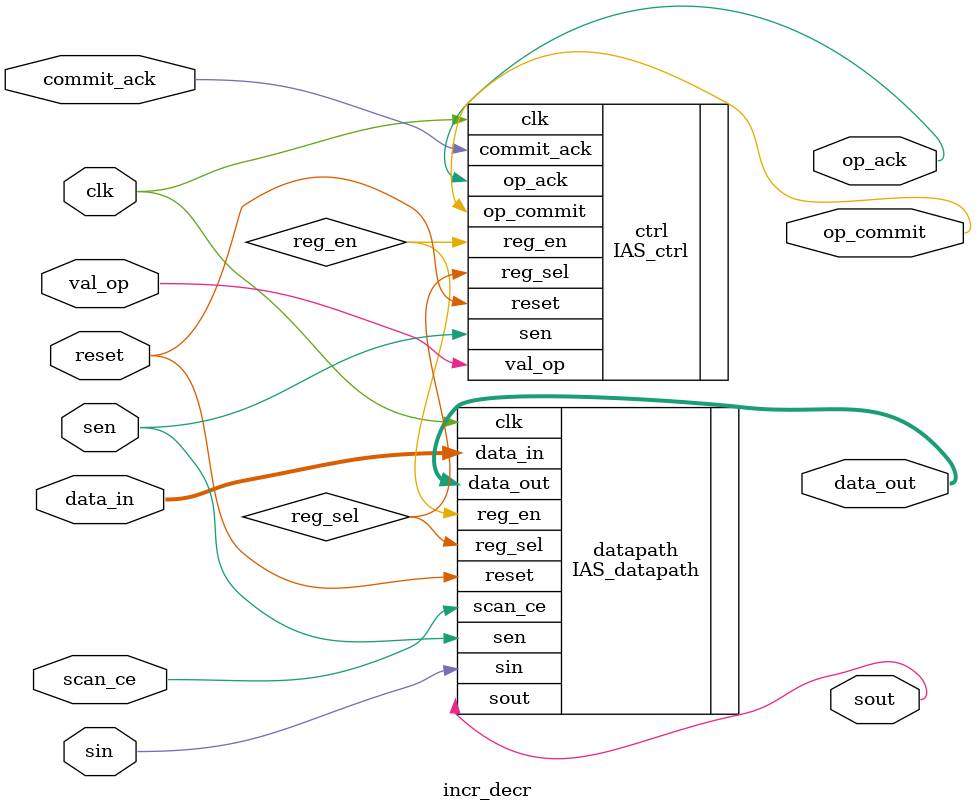
<source format=v>
`timescale 1ns / 100ps

module incr_decr(
	input [31:0] data_in,
  output [31:0] data_out,
  input clk,
  input reset,

  input val_op,
  output op_ack,
  output op_commit,
  input commit_ack,
  
  input sen,
  input scan_ce,
  output sout,
  input sin
); 
  IAS_datapath datapath (
    .data_in(data_in), 
    .data_out(data_out), 
    .clk(clk), 
    .reset(reset), 
    .reg_en(reg_en), 
    .reg_sel(reg_sel), 
    .sin(sin), 
    .sout(sout), 
    .sen(sen),
    .scan_ce(scan_ce)
    );
 
  IAS_ctrl ctrl (
    .clk(clk), 
    .reset(reset), 
    .val_op(val_op), 
    .op_commit(op_commit),
    .op_ack(op_ack),
    .commit_ack(commit_ack),
    .reg_en(reg_en), 
    .reg_sel(reg_sel), 
    .sen(sen)
    );

endmodule

</source>
